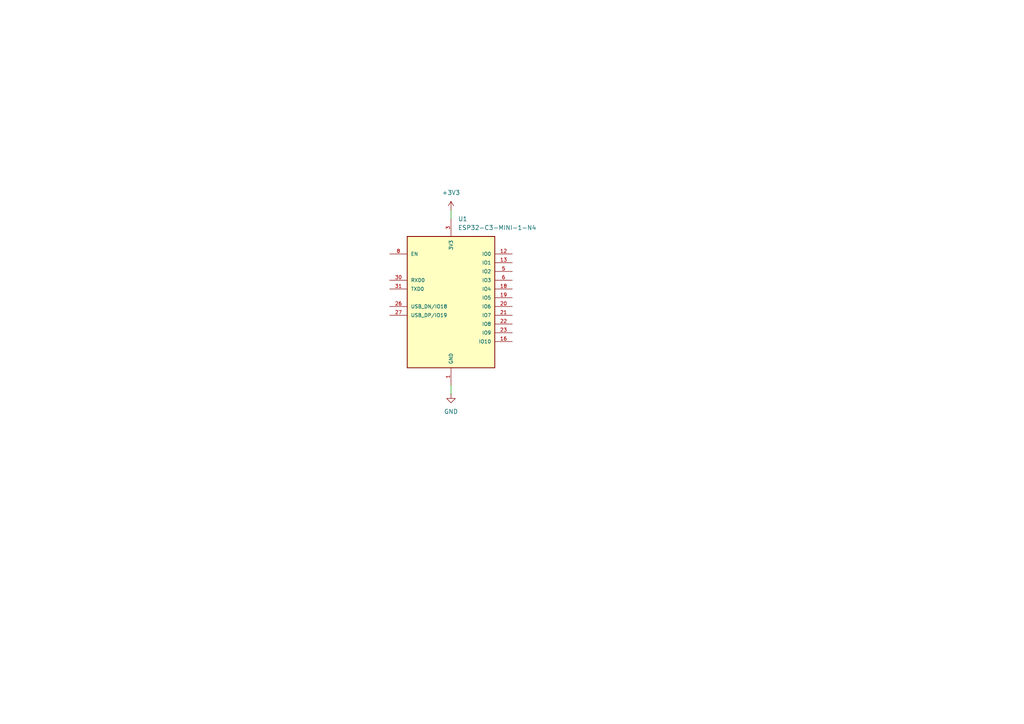
<source format=kicad_sch>
(kicad_sch (version 20231120) (generator "eeschema") (generator_version "8.0")
  (paper "A4")
  (lib_symbols
    (symbol "ESP32-C3:ESP32-C3-MINI-1-N4" (pin_names (offset 1.016))
      (property "Reference" "U" (at -12.7 18.796 0))
      (property "Value" "ESP32-C3-MINI-1-N4" (at -24.892 -27.686 0))
      (symbol "ESP32-C3-MINI-1-N4_0_0"
        (rectangle (start -12.7 17.78) (end 12.7 -20.32) (stroke (width 0.254)) (fill (type background)))
        (pin power_in line (at 0 -25.4 90) (length 5.08) (name "GND") (number "1"))
        (pin bidirectional line (at 17.78 12.7 180) (length 5.08) (name "IO0") (number "12"))
        (pin bidirectional line (at 17.78 10.16 180) (length 5.08) (name "IO1") (number "13"))
        (pin bidirectional line (at 17.78 -12.7 180) (length 5.08) (name "IO10") (number "16"))
        (pin bidirectional line (at 17.78 2.54 180) (length 5.08) (name "IO4") (number "18"))
        (pin bidirectional line (at 17.78 0 180) (length 5.08) (name "IO5") (number "19"))
        (pin bidirectional line (at 17.78 -2.54 180) (length 5.08) (name "IO6") (number "20"))
        (pin bidirectional line (at 17.78 -5.08 180) (length 5.08) (name "IO7") (number "21"))
        (pin bidirectional line (at 17.78 -7.62 180) (length 5.08) (name "IO8") (number "22"))
        (pin bidirectional line (at 17.78 -10.16 180) (length 5.08) (name "IO9") (number "23"))
        (pin power_in line (at 0 22.86 270) (length 5.08) (name "3V3") (number "3"))
        (pin bidirectional line (at -17.78 5.08 0) (length 5.08) (name "RXD0") (number "30"))
        (pin bidirectional line (at -17.78 2.54 0) (length 5.08) (name "TXD0") (number "31"))
        (pin bidirectional line (at 17.78 7.62 180) (length 5.08) (name "IO2") (number "5"))
        (pin bidirectional line (at 17.78 5.08 180) (length 5.08) (name "IO3") (number "6"))
        (pin input line (at -17.78 12.7 0) (length 5.08) (name "EN") (number "8"))
      )
      (symbol "ESP32-C3-MINI-1-N4_1_0"
        (pin no_connect line (at 8.89 -25.4 90) (length 5.08) hide (name "NC") (number "10"))
        (pin power_in line (at 0 -25.4 90) (length 5.08) hide (name "GND") (number "11"))
        (pin power_in line (at 0 -25.4 90) (length 5.08) hide (name "GND") (number "14"))
        (pin no_connect line (at 8.89 -25.4 90) (length 5.08) hide (name "NC") (number "15"))
        (pin no_connect line (at 8.89 -25.4 90) (length 5.08) hide (name "NC") (number "17"))
        (pin power_in line (at 0 -25.4 90) (length 5.08) hide (name "GND") (number "2"))
        (pin no_connect line (at 8.89 -25.4 90) (length 5.08) hide (name "NC") (number "24"))
        (pin no_connect line (at 8.89 -25.4 90) (length 5.08) hide (name "NC") (number "25"))
        (pin bidirectional line (at -17.78 -2.54 0) (length 5.08) (name "USB_DN/IO18") (number "26"))
        (pin bidirectional line (at -17.78 -5.08 0) (length 5.08) (name "USB_DP/IO19") (number "27"))
        (pin no_connect line (at 8.89 -25.4 90) (length 5.08) hide (name "NC") (number "28"))
        (pin no_connect line (at 8.89 -25.4 90) (length 5.08) hide (name "NC") (number "29"))
        (pin no_connect line (at 8.89 -25.4 90) (length 5.08) hide (name "NC") (number "32"))
        (pin no_connect line (at 8.89 -25.4 90) (length 5.08) hide (name "NC") (number "33"))
        (pin no_connect line (at 8.89 -25.4 90) (length 5.08) hide (name "NC") (number "34"))
        (pin no_connect line (at 8.89 -25.4 90) (length 5.08) hide (name "NC") (number "35"))
        (pin power_in line (at 0 -25.4 90) (length 5.08) hide (name "GND") (number "36"))
        (pin power_in line (at 0 -25.4 90) (length 5.08) hide (name "GND") (number "37"))
        (pin power_in line (at 0 -25.4 90) (length 5.08) hide (name "GND") (number "38"))
        (pin power_in line (at 0 -25.4 90) (length 5.08) hide (name "GND") (number "39"))
        (pin no_connect line (at 8.89 -25.4 90) (length 5.08) hide (name "NC") (number "4"))
        (pin power_in line (at 0 -25.4 90) (length 5.08) hide (name "GND") (number "40"))
        (pin power_in line (at 0 -25.4 90) (length 5.08) hide (name "GND") (number "41"))
        (pin power_in line (at 0 -25.4 90) (length 5.08) hide (name "GND") (number "42"))
        (pin power_in line (at 0 -25.4 90) (length 5.08) hide (name "GND") (number "43"))
        (pin power_in line (at 0 -25.4 90) (length 5.08) hide (name "GND") (number "44"))
        (pin power_in line (at 0 -25.4 90) (length 5.08) hide (name "GND") (number "45"))
        (pin power_in line (at 0 -25.4 90) (length 5.08) hide (name "GND") (number "46"))
        (pin power_in line (at 0 -25.4 90) (length 5.08) hide (name "GND") (number "47"))
        (pin power_in line (at 0 -25.4 90) (length 5.08) hide (name "GND") (number "48"))
        (pin power_in line (at 0 -25.4 90) (length 5.08) hide (name "GND") (number "49"))
        (pin power_in line (at 0 -25.4 90) (length 5.08) hide (name "GND") (number "50"))
        (pin power_in line (at 0 -25.4 90) (length 5.08) hide (name "GND") (number "51"))
        (pin power_in line (at 0 -25.4 90) (length 5.08) hide (name "GND") (number "52"))
        (pin power_in line (at 0 -25.4 90) (length 5.08) hide (name "GND") (number "53"))
        (pin no_connect line (at 8.89 -25.4 90) (length 5.08) hide (name "NC") (number "7"))
        (pin no_connect line (at 8.89 -25.4 90) (length 5.08) hide (name "NC") (number "9"))
      )
    )
    (symbol "power:+3V3" (power) (pin_numbers hide) (pin_names (offset 0) hide)
      (property "Value" "+3V3" (at 0 3.556 0))
      (symbol "+3V3_0_1"
        (polyline (pts (xy -0.762 1.27) (xy 0 2.54)))
        (polyline (pts (xy 0 0) (xy 0 2.54)))
        (polyline (pts (xy 0 2.54) (xy 0.762 1.27)))
      )
      (symbol "+3V3_1_1"
        (pin power_in line (at 0 0 90) (length 0) (name "~") (number "1"))
      )
    )
    (symbol "power:GND" (power) (pin_numbers hide) (pin_names (offset 0) hide)
      (property "Value" "GND" (at 0 -3.81 0))
      (symbol "GND_0_1"
        (polyline (pts (xy 0 0) (xy 0 -1.27) (xy 1.27 -1.27) (xy 0 -2.54) (xy -1.27 -1.27) (xy 0 -1.27)))
      )
      (symbol "GND_1_1"
        (pin power_in line (at 0 0 270) (length 0) (name "~") (number "1"))
      )
    )
  )
  (wire (pts (xy 130.81 60.96) (xy 130.81 63.5)))
  (wire (pts (xy 130.81 114.3) (xy 130.81 111.76)))
  (symbol (lib_id "ESP32-C3:ESP32-C3-MINI-1-N4") (at 130.81 86.36 0) (unit 1)
    (property "Reference" "U1" (at 132.8294 63.5 0) (effects (justify left)))
    (property "Value" "ESP32-C3-MINI-1-N4" (at 132.8294 66.04 0) (effects (justify left)))
    (property "Footprint" "Cental_Library:ESP32-C3-MINI-1-N4" (effects (hide yes)))
    (property "Manufacturer PN" "ESP32-C3-MINI-1-N4" (effects (hide yes)))
    (property "Manufacturer" "Espressif Systems" (effects (hide yes)))
  )
  (symbol (lib_id "power:+3V3") (at 130.81 60.96 0) (unit 1)
    (property "Reference" "#PWR01" (effects (hide yes)))
    (property "Value" "+3V3" (at 130.81 55.88 0))
    (property "Description" "Power symbol creates a global label with name \"+3V3\"" (effects (hide yes)))
  )
  (symbol (lib_id "power:GND") (at 130.81 114.3 0) (unit 1)
    (property "Reference" "#PWR02" (effects (hide yes)))
    (property "Value" "GND" (at 130.81 119.38 0))
    (property "Description" "Power symbol creates a global label with name \"GND\" , ground" (effects (hide yes)))
  )
)
</source>
